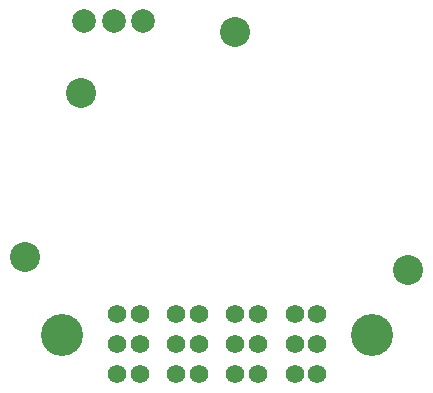
<source format=gbr>
%TF.GenerationSoftware,Altium Limited,Altium Designer,24.2.2 (26)*%
G04 Layer_Color=255*
%FSLAX45Y45*%
%MOMM*%
%TF.SameCoordinates,3B1DD697-BB8E-4966-B076-04D6E0BCF24A*%
%TF.FilePolarity,Positive*%
%TF.FileFunction,Pads,Bot*%
%TF.Part,Single*%
G01*
G75*
%TA.AperFunction,ComponentPad*%
%ADD24C,2.54000*%
%ADD25C,2.00000*%
%ADD26C,3.56000*%
%ADD27C,1.56000*%
D24*
X1295400Y2590800D02*
D03*
X2603500Y3111500D02*
D03*
X4064000Y1094740D02*
D03*
X825500Y1206500D02*
D03*
D25*
X1324800Y3200400D02*
D03*
X1574800D02*
D03*
X1824800D02*
D03*
D26*
X3762710Y538800D02*
D03*
X1134710D02*
D03*
D27*
X1792710Y208800D02*
D03*
X1604710D02*
D03*
X1792710Y462800D02*
D03*
X1604710D02*
D03*
X1792710Y716800D02*
D03*
X1604710D02*
D03*
X3292710Y208800D02*
D03*
X3104710D02*
D03*
X3292710Y462800D02*
D03*
X3104710D02*
D03*
X3292710Y716800D02*
D03*
X3104710D02*
D03*
X2792710Y208800D02*
D03*
X2604710D02*
D03*
X2792710Y462800D02*
D03*
X2604710D02*
D03*
X2792710Y716800D02*
D03*
X2604710D02*
D03*
X2292710Y208800D02*
D03*
X2104710D02*
D03*
X2292710Y462800D02*
D03*
X2104710D02*
D03*
X2292710Y716800D02*
D03*
X2104710D02*
D03*
%TF.MD5,ce2d0d790b56d84fc14879f3128b9a36*%
M02*

</source>
